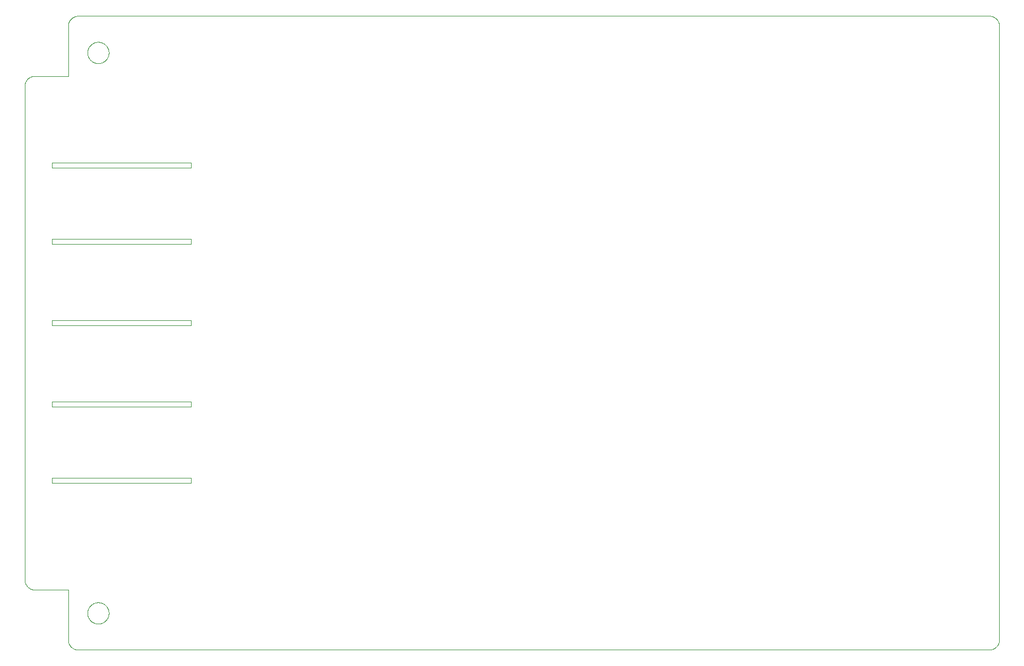
<source format=gko>
G75*
%MOIN*%
%OFA0B0*%
%FSLAX25Y25*%
%IPPOS*%
%LPD*%
%AMOC8*
5,1,8,0,0,1.08239X$1,22.5*
%
%ADD10C,0.00394*%
%ADD11C,0.00000*%
D10*
X0120278Y0071925D02*
X0120278Y0101453D01*
X0100593Y0101453D01*
X0100593Y0101452D02*
X0100441Y0101454D01*
X0100289Y0101460D01*
X0100137Y0101470D01*
X0099986Y0101483D01*
X0099835Y0101501D01*
X0099684Y0101522D01*
X0099534Y0101548D01*
X0099385Y0101577D01*
X0099236Y0101610D01*
X0099089Y0101647D01*
X0098942Y0101687D01*
X0098797Y0101732D01*
X0098653Y0101780D01*
X0098510Y0101832D01*
X0098368Y0101887D01*
X0098228Y0101946D01*
X0098089Y0102009D01*
X0097952Y0102075D01*
X0097817Y0102145D01*
X0097684Y0102218D01*
X0097553Y0102295D01*
X0097423Y0102375D01*
X0097296Y0102458D01*
X0097171Y0102544D01*
X0097048Y0102634D01*
X0096928Y0102727D01*
X0096810Y0102823D01*
X0096694Y0102922D01*
X0096581Y0103024D01*
X0096471Y0103128D01*
X0096363Y0103236D01*
X0096259Y0103346D01*
X0096157Y0103459D01*
X0096058Y0103575D01*
X0095962Y0103693D01*
X0095869Y0103813D01*
X0095779Y0103936D01*
X0095693Y0104061D01*
X0095610Y0104188D01*
X0095530Y0104318D01*
X0095453Y0104449D01*
X0095380Y0104582D01*
X0095310Y0104717D01*
X0095244Y0104854D01*
X0095181Y0104993D01*
X0095122Y0105133D01*
X0095067Y0105275D01*
X0095015Y0105418D01*
X0094967Y0105562D01*
X0094922Y0105707D01*
X0094882Y0105854D01*
X0094845Y0106001D01*
X0094812Y0106150D01*
X0094783Y0106299D01*
X0094757Y0106449D01*
X0094736Y0106600D01*
X0094718Y0106751D01*
X0094705Y0106902D01*
X0094695Y0107054D01*
X0094689Y0107206D01*
X0094687Y0107358D01*
X0094688Y0107358D02*
X0094688Y0398697D01*
X0094687Y0398697D02*
X0094689Y0398849D01*
X0094695Y0399001D01*
X0094705Y0399153D01*
X0094718Y0399304D01*
X0094736Y0399455D01*
X0094757Y0399606D01*
X0094783Y0399756D01*
X0094812Y0399905D01*
X0094845Y0400054D01*
X0094882Y0400201D01*
X0094922Y0400348D01*
X0094967Y0400493D01*
X0095015Y0400637D01*
X0095067Y0400780D01*
X0095122Y0400922D01*
X0095181Y0401062D01*
X0095244Y0401201D01*
X0095310Y0401338D01*
X0095380Y0401473D01*
X0095453Y0401606D01*
X0095530Y0401737D01*
X0095610Y0401867D01*
X0095693Y0401994D01*
X0095779Y0402119D01*
X0095869Y0402242D01*
X0095962Y0402362D01*
X0096058Y0402480D01*
X0096157Y0402596D01*
X0096259Y0402709D01*
X0096363Y0402819D01*
X0096471Y0402927D01*
X0096581Y0403031D01*
X0096694Y0403133D01*
X0096810Y0403232D01*
X0096928Y0403328D01*
X0097048Y0403421D01*
X0097171Y0403511D01*
X0097296Y0403597D01*
X0097423Y0403680D01*
X0097553Y0403760D01*
X0097684Y0403837D01*
X0097817Y0403910D01*
X0097952Y0403980D01*
X0098089Y0404046D01*
X0098228Y0404109D01*
X0098368Y0404168D01*
X0098510Y0404223D01*
X0098653Y0404275D01*
X0098797Y0404323D01*
X0098942Y0404368D01*
X0099089Y0404408D01*
X0099236Y0404445D01*
X0099385Y0404478D01*
X0099534Y0404507D01*
X0099684Y0404533D01*
X0099835Y0404554D01*
X0099986Y0404572D01*
X0100137Y0404585D01*
X0100289Y0404595D01*
X0100441Y0404601D01*
X0100593Y0404603D01*
X0100593Y0404602D02*
X0120278Y0404602D01*
X0120278Y0434130D01*
X0120280Y0434282D01*
X0120286Y0434434D01*
X0120296Y0434586D01*
X0120309Y0434737D01*
X0120327Y0434888D01*
X0120348Y0435039D01*
X0120374Y0435189D01*
X0120403Y0435338D01*
X0120436Y0435487D01*
X0120473Y0435634D01*
X0120513Y0435781D01*
X0120558Y0435926D01*
X0120606Y0436070D01*
X0120658Y0436213D01*
X0120713Y0436355D01*
X0120772Y0436495D01*
X0120835Y0436634D01*
X0120901Y0436771D01*
X0120971Y0436906D01*
X0121044Y0437039D01*
X0121121Y0437170D01*
X0121201Y0437300D01*
X0121284Y0437427D01*
X0121370Y0437552D01*
X0121460Y0437675D01*
X0121553Y0437795D01*
X0121649Y0437913D01*
X0121748Y0438029D01*
X0121850Y0438142D01*
X0121954Y0438252D01*
X0122062Y0438360D01*
X0122172Y0438464D01*
X0122285Y0438566D01*
X0122401Y0438665D01*
X0122519Y0438761D01*
X0122639Y0438854D01*
X0122762Y0438944D01*
X0122887Y0439030D01*
X0123014Y0439113D01*
X0123144Y0439193D01*
X0123275Y0439270D01*
X0123408Y0439343D01*
X0123543Y0439413D01*
X0123680Y0439479D01*
X0123819Y0439542D01*
X0123959Y0439601D01*
X0124101Y0439656D01*
X0124244Y0439708D01*
X0124388Y0439756D01*
X0124533Y0439801D01*
X0124680Y0439841D01*
X0124827Y0439878D01*
X0124976Y0439911D01*
X0125125Y0439940D01*
X0125275Y0439966D01*
X0125426Y0439987D01*
X0125577Y0440005D01*
X0125728Y0440018D01*
X0125880Y0440028D01*
X0126032Y0440034D01*
X0126184Y0440036D01*
X0126184Y0440035D02*
X0663585Y0440035D01*
X0663585Y0440036D02*
X0663737Y0440034D01*
X0663889Y0440028D01*
X0664041Y0440018D01*
X0664192Y0440005D01*
X0664343Y0439987D01*
X0664494Y0439966D01*
X0664644Y0439940D01*
X0664793Y0439911D01*
X0664942Y0439878D01*
X0665089Y0439841D01*
X0665236Y0439801D01*
X0665381Y0439756D01*
X0665525Y0439708D01*
X0665668Y0439656D01*
X0665810Y0439601D01*
X0665950Y0439542D01*
X0666089Y0439479D01*
X0666226Y0439413D01*
X0666361Y0439343D01*
X0666494Y0439270D01*
X0666625Y0439193D01*
X0666755Y0439113D01*
X0666882Y0439030D01*
X0667007Y0438944D01*
X0667130Y0438854D01*
X0667250Y0438761D01*
X0667368Y0438665D01*
X0667484Y0438566D01*
X0667597Y0438464D01*
X0667707Y0438360D01*
X0667815Y0438252D01*
X0667919Y0438142D01*
X0668021Y0438029D01*
X0668120Y0437913D01*
X0668216Y0437795D01*
X0668309Y0437675D01*
X0668399Y0437552D01*
X0668485Y0437427D01*
X0668568Y0437300D01*
X0668648Y0437170D01*
X0668725Y0437039D01*
X0668798Y0436906D01*
X0668868Y0436771D01*
X0668934Y0436634D01*
X0668997Y0436495D01*
X0669056Y0436355D01*
X0669111Y0436213D01*
X0669163Y0436070D01*
X0669211Y0435926D01*
X0669256Y0435781D01*
X0669296Y0435634D01*
X0669333Y0435487D01*
X0669366Y0435338D01*
X0669395Y0435189D01*
X0669421Y0435039D01*
X0669442Y0434888D01*
X0669460Y0434737D01*
X0669473Y0434586D01*
X0669483Y0434434D01*
X0669489Y0434282D01*
X0669491Y0434130D01*
X0669491Y0071925D01*
X0669489Y0071773D01*
X0669483Y0071621D01*
X0669473Y0071469D01*
X0669460Y0071318D01*
X0669442Y0071167D01*
X0669421Y0071016D01*
X0669395Y0070866D01*
X0669366Y0070717D01*
X0669333Y0070568D01*
X0669296Y0070421D01*
X0669256Y0070274D01*
X0669211Y0070129D01*
X0669163Y0069985D01*
X0669111Y0069842D01*
X0669056Y0069700D01*
X0668997Y0069560D01*
X0668934Y0069421D01*
X0668868Y0069284D01*
X0668798Y0069149D01*
X0668725Y0069016D01*
X0668648Y0068885D01*
X0668568Y0068755D01*
X0668485Y0068628D01*
X0668399Y0068503D01*
X0668309Y0068380D01*
X0668216Y0068260D01*
X0668120Y0068142D01*
X0668021Y0068026D01*
X0667919Y0067913D01*
X0667815Y0067803D01*
X0667707Y0067695D01*
X0667597Y0067591D01*
X0667484Y0067489D01*
X0667368Y0067390D01*
X0667250Y0067294D01*
X0667130Y0067201D01*
X0667007Y0067111D01*
X0666882Y0067025D01*
X0666755Y0066942D01*
X0666625Y0066862D01*
X0666494Y0066785D01*
X0666361Y0066712D01*
X0666226Y0066642D01*
X0666089Y0066576D01*
X0665950Y0066513D01*
X0665810Y0066454D01*
X0665668Y0066399D01*
X0665525Y0066347D01*
X0665381Y0066299D01*
X0665236Y0066254D01*
X0665089Y0066214D01*
X0664942Y0066177D01*
X0664793Y0066144D01*
X0664644Y0066115D01*
X0664494Y0066089D01*
X0664343Y0066068D01*
X0664192Y0066050D01*
X0664041Y0066037D01*
X0663889Y0066027D01*
X0663737Y0066021D01*
X0663585Y0066019D01*
X0663585Y0066020D02*
X0126184Y0066020D01*
X0126184Y0066019D02*
X0126032Y0066021D01*
X0125880Y0066027D01*
X0125728Y0066037D01*
X0125577Y0066050D01*
X0125426Y0066068D01*
X0125275Y0066089D01*
X0125125Y0066115D01*
X0124976Y0066144D01*
X0124827Y0066177D01*
X0124680Y0066214D01*
X0124533Y0066254D01*
X0124388Y0066299D01*
X0124244Y0066347D01*
X0124101Y0066399D01*
X0123959Y0066454D01*
X0123819Y0066513D01*
X0123680Y0066576D01*
X0123543Y0066642D01*
X0123408Y0066712D01*
X0123275Y0066785D01*
X0123144Y0066862D01*
X0123014Y0066942D01*
X0122887Y0067025D01*
X0122762Y0067111D01*
X0122639Y0067201D01*
X0122519Y0067294D01*
X0122401Y0067390D01*
X0122285Y0067489D01*
X0122172Y0067591D01*
X0122062Y0067695D01*
X0121954Y0067803D01*
X0121850Y0067913D01*
X0121748Y0068026D01*
X0121649Y0068142D01*
X0121553Y0068260D01*
X0121460Y0068380D01*
X0121370Y0068503D01*
X0121284Y0068628D01*
X0121201Y0068755D01*
X0121121Y0068885D01*
X0121044Y0069016D01*
X0120971Y0069149D01*
X0120901Y0069284D01*
X0120835Y0069421D01*
X0120772Y0069560D01*
X0120713Y0069700D01*
X0120658Y0069842D01*
X0120606Y0069985D01*
X0120558Y0070129D01*
X0120513Y0070274D01*
X0120473Y0070421D01*
X0120436Y0070568D01*
X0120403Y0070717D01*
X0120374Y0070866D01*
X0120348Y0071016D01*
X0120327Y0071167D01*
X0120309Y0071318D01*
X0120296Y0071469D01*
X0120286Y0071621D01*
X0120280Y0071773D01*
X0120278Y0071925D01*
X0110688Y0164520D02*
X0110688Y0167520D01*
X0192688Y0167520D01*
X0192688Y0164520D01*
X0110688Y0164520D01*
X0110688Y0209520D02*
X0110688Y0212520D01*
X0192688Y0212520D01*
X0192688Y0209520D01*
X0110688Y0209520D01*
X0110688Y0257520D02*
X0110688Y0260520D01*
X0192688Y0260520D01*
X0192688Y0257520D01*
X0110688Y0257520D01*
X0110688Y0305520D02*
X0110688Y0308520D01*
X0192688Y0308520D01*
X0192688Y0305520D01*
X0110688Y0305520D01*
X0110688Y0350520D02*
X0110688Y0353520D01*
X0192688Y0353520D01*
X0192688Y0350520D01*
X0110688Y0350520D01*
D11*
X0131696Y0418382D02*
X0131698Y0418540D01*
X0131704Y0418698D01*
X0131714Y0418856D01*
X0131728Y0419014D01*
X0131746Y0419171D01*
X0131767Y0419328D01*
X0131793Y0419484D01*
X0131823Y0419640D01*
X0131856Y0419795D01*
X0131894Y0419948D01*
X0131935Y0420101D01*
X0131980Y0420253D01*
X0132029Y0420404D01*
X0132082Y0420553D01*
X0132138Y0420701D01*
X0132198Y0420847D01*
X0132262Y0420992D01*
X0132330Y0421135D01*
X0132401Y0421277D01*
X0132475Y0421417D01*
X0132553Y0421554D01*
X0132635Y0421690D01*
X0132719Y0421824D01*
X0132808Y0421955D01*
X0132899Y0422084D01*
X0132994Y0422211D01*
X0133091Y0422336D01*
X0133192Y0422458D01*
X0133296Y0422577D01*
X0133403Y0422694D01*
X0133513Y0422808D01*
X0133626Y0422919D01*
X0133741Y0423028D01*
X0133859Y0423133D01*
X0133980Y0423235D01*
X0134103Y0423335D01*
X0134229Y0423431D01*
X0134357Y0423524D01*
X0134487Y0423614D01*
X0134620Y0423700D01*
X0134755Y0423784D01*
X0134891Y0423863D01*
X0135030Y0423940D01*
X0135171Y0424012D01*
X0135313Y0424082D01*
X0135457Y0424147D01*
X0135603Y0424209D01*
X0135750Y0424267D01*
X0135899Y0424322D01*
X0136049Y0424373D01*
X0136200Y0424420D01*
X0136352Y0424463D01*
X0136505Y0424502D01*
X0136660Y0424538D01*
X0136815Y0424569D01*
X0136971Y0424597D01*
X0137127Y0424621D01*
X0137284Y0424641D01*
X0137442Y0424657D01*
X0137599Y0424669D01*
X0137758Y0424677D01*
X0137916Y0424681D01*
X0138074Y0424681D01*
X0138232Y0424677D01*
X0138391Y0424669D01*
X0138548Y0424657D01*
X0138706Y0424641D01*
X0138863Y0424621D01*
X0139019Y0424597D01*
X0139175Y0424569D01*
X0139330Y0424538D01*
X0139485Y0424502D01*
X0139638Y0424463D01*
X0139790Y0424420D01*
X0139941Y0424373D01*
X0140091Y0424322D01*
X0140240Y0424267D01*
X0140387Y0424209D01*
X0140533Y0424147D01*
X0140677Y0424082D01*
X0140819Y0424012D01*
X0140960Y0423940D01*
X0141099Y0423863D01*
X0141235Y0423784D01*
X0141370Y0423700D01*
X0141503Y0423614D01*
X0141633Y0423524D01*
X0141761Y0423431D01*
X0141887Y0423335D01*
X0142010Y0423235D01*
X0142131Y0423133D01*
X0142249Y0423028D01*
X0142364Y0422919D01*
X0142477Y0422808D01*
X0142587Y0422694D01*
X0142694Y0422577D01*
X0142798Y0422458D01*
X0142899Y0422336D01*
X0142996Y0422211D01*
X0143091Y0422084D01*
X0143182Y0421955D01*
X0143271Y0421824D01*
X0143355Y0421690D01*
X0143437Y0421554D01*
X0143515Y0421417D01*
X0143589Y0421277D01*
X0143660Y0421135D01*
X0143728Y0420992D01*
X0143792Y0420847D01*
X0143852Y0420701D01*
X0143908Y0420553D01*
X0143961Y0420404D01*
X0144010Y0420253D01*
X0144055Y0420101D01*
X0144096Y0419948D01*
X0144134Y0419795D01*
X0144167Y0419640D01*
X0144197Y0419484D01*
X0144223Y0419328D01*
X0144244Y0419171D01*
X0144262Y0419014D01*
X0144276Y0418856D01*
X0144286Y0418698D01*
X0144292Y0418540D01*
X0144294Y0418382D01*
X0144292Y0418224D01*
X0144286Y0418066D01*
X0144276Y0417908D01*
X0144262Y0417750D01*
X0144244Y0417593D01*
X0144223Y0417436D01*
X0144197Y0417280D01*
X0144167Y0417124D01*
X0144134Y0416969D01*
X0144096Y0416816D01*
X0144055Y0416663D01*
X0144010Y0416511D01*
X0143961Y0416360D01*
X0143908Y0416211D01*
X0143852Y0416063D01*
X0143792Y0415917D01*
X0143728Y0415772D01*
X0143660Y0415629D01*
X0143589Y0415487D01*
X0143515Y0415347D01*
X0143437Y0415210D01*
X0143355Y0415074D01*
X0143271Y0414940D01*
X0143182Y0414809D01*
X0143091Y0414680D01*
X0142996Y0414553D01*
X0142899Y0414428D01*
X0142798Y0414306D01*
X0142694Y0414187D01*
X0142587Y0414070D01*
X0142477Y0413956D01*
X0142364Y0413845D01*
X0142249Y0413736D01*
X0142131Y0413631D01*
X0142010Y0413529D01*
X0141887Y0413429D01*
X0141761Y0413333D01*
X0141633Y0413240D01*
X0141503Y0413150D01*
X0141370Y0413064D01*
X0141235Y0412980D01*
X0141099Y0412901D01*
X0140960Y0412824D01*
X0140819Y0412752D01*
X0140677Y0412682D01*
X0140533Y0412617D01*
X0140387Y0412555D01*
X0140240Y0412497D01*
X0140091Y0412442D01*
X0139941Y0412391D01*
X0139790Y0412344D01*
X0139638Y0412301D01*
X0139485Y0412262D01*
X0139330Y0412226D01*
X0139175Y0412195D01*
X0139019Y0412167D01*
X0138863Y0412143D01*
X0138706Y0412123D01*
X0138548Y0412107D01*
X0138391Y0412095D01*
X0138232Y0412087D01*
X0138074Y0412083D01*
X0137916Y0412083D01*
X0137758Y0412087D01*
X0137599Y0412095D01*
X0137442Y0412107D01*
X0137284Y0412123D01*
X0137127Y0412143D01*
X0136971Y0412167D01*
X0136815Y0412195D01*
X0136660Y0412226D01*
X0136505Y0412262D01*
X0136352Y0412301D01*
X0136200Y0412344D01*
X0136049Y0412391D01*
X0135899Y0412442D01*
X0135750Y0412497D01*
X0135603Y0412555D01*
X0135457Y0412617D01*
X0135313Y0412682D01*
X0135171Y0412752D01*
X0135030Y0412824D01*
X0134891Y0412901D01*
X0134755Y0412980D01*
X0134620Y0413064D01*
X0134487Y0413150D01*
X0134357Y0413240D01*
X0134229Y0413333D01*
X0134103Y0413429D01*
X0133980Y0413529D01*
X0133859Y0413631D01*
X0133741Y0413736D01*
X0133626Y0413845D01*
X0133513Y0413956D01*
X0133403Y0414070D01*
X0133296Y0414187D01*
X0133192Y0414306D01*
X0133091Y0414428D01*
X0132994Y0414553D01*
X0132899Y0414680D01*
X0132808Y0414809D01*
X0132719Y0414940D01*
X0132635Y0415074D01*
X0132553Y0415210D01*
X0132475Y0415347D01*
X0132401Y0415487D01*
X0132330Y0415629D01*
X0132262Y0415772D01*
X0132198Y0415917D01*
X0132138Y0416063D01*
X0132082Y0416211D01*
X0132029Y0416360D01*
X0131980Y0416511D01*
X0131935Y0416663D01*
X0131894Y0416816D01*
X0131856Y0416969D01*
X0131823Y0417124D01*
X0131793Y0417280D01*
X0131767Y0417436D01*
X0131746Y0417593D01*
X0131728Y0417750D01*
X0131714Y0417908D01*
X0131704Y0418066D01*
X0131698Y0418224D01*
X0131696Y0418382D01*
X0131696Y0087673D02*
X0131698Y0087831D01*
X0131704Y0087989D01*
X0131714Y0088147D01*
X0131728Y0088305D01*
X0131746Y0088462D01*
X0131767Y0088619D01*
X0131793Y0088775D01*
X0131823Y0088931D01*
X0131856Y0089086D01*
X0131894Y0089239D01*
X0131935Y0089392D01*
X0131980Y0089544D01*
X0132029Y0089695D01*
X0132082Y0089844D01*
X0132138Y0089992D01*
X0132198Y0090138D01*
X0132262Y0090283D01*
X0132330Y0090426D01*
X0132401Y0090568D01*
X0132475Y0090708D01*
X0132553Y0090845D01*
X0132635Y0090981D01*
X0132719Y0091115D01*
X0132808Y0091246D01*
X0132899Y0091375D01*
X0132994Y0091502D01*
X0133091Y0091627D01*
X0133192Y0091749D01*
X0133296Y0091868D01*
X0133403Y0091985D01*
X0133513Y0092099D01*
X0133626Y0092210D01*
X0133741Y0092319D01*
X0133859Y0092424D01*
X0133980Y0092526D01*
X0134103Y0092626D01*
X0134229Y0092722D01*
X0134357Y0092815D01*
X0134487Y0092905D01*
X0134620Y0092991D01*
X0134755Y0093075D01*
X0134891Y0093154D01*
X0135030Y0093231D01*
X0135171Y0093303D01*
X0135313Y0093373D01*
X0135457Y0093438D01*
X0135603Y0093500D01*
X0135750Y0093558D01*
X0135899Y0093613D01*
X0136049Y0093664D01*
X0136200Y0093711D01*
X0136352Y0093754D01*
X0136505Y0093793D01*
X0136660Y0093829D01*
X0136815Y0093860D01*
X0136971Y0093888D01*
X0137127Y0093912D01*
X0137284Y0093932D01*
X0137442Y0093948D01*
X0137599Y0093960D01*
X0137758Y0093968D01*
X0137916Y0093972D01*
X0138074Y0093972D01*
X0138232Y0093968D01*
X0138391Y0093960D01*
X0138548Y0093948D01*
X0138706Y0093932D01*
X0138863Y0093912D01*
X0139019Y0093888D01*
X0139175Y0093860D01*
X0139330Y0093829D01*
X0139485Y0093793D01*
X0139638Y0093754D01*
X0139790Y0093711D01*
X0139941Y0093664D01*
X0140091Y0093613D01*
X0140240Y0093558D01*
X0140387Y0093500D01*
X0140533Y0093438D01*
X0140677Y0093373D01*
X0140819Y0093303D01*
X0140960Y0093231D01*
X0141099Y0093154D01*
X0141235Y0093075D01*
X0141370Y0092991D01*
X0141503Y0092905D01*
X0141633Y0092815D01*
X0141761Y0092722D01*
X0141887Y0092626D01*
X0142010Y0092526D01*
X0142131Y0092424D01*
X0142249Y0092319D01*
X0142364Y0092210D01*
X0142477Y0092099D01*
X0142587Y0091985D01*
X0142694Y0091868D01*
X0142798Y0091749D01*
X0142899Y0091627D01*
X0142996Y0091502D01*
X0143091Y0091375D01*
X0143182Y0091246D01*
X0143271Y0091115D01*
X0143355Y0090981D01*
X0143437Y0090845D01*
X0143515Y0090708D01*
X0143589Y0090568D01*
X0143660Y0090426D01*
X0143728Y0090283D01*
X0143792Y0090138D01*
X0143852Y0089992D01*
X0143908Y0089844D01*
X0143961Y0089695D01*
X0144010Y0089544D01*
X0144055Y0089392D01*
X0144096Y0089239D01*
X0144134Y0089086D01*
X0144167Y0088931D01*
X0144197Y0088775D01*
X0144223Y0088619D01*
X0144244Y0088462D01*
X0144262Y0088305D01*
X0144276Y0088147D01*
X0144286Y0087989D01*
X0144292Y0087831D01*
X0144294Y0087673D01*
X0144292Y0087515D01*
X0144286Y0087357D01*
X0144276Y0087199D01*
X0144262Y0087041D01*
X0144244Y0086884D01*
X0144223Y0086727D01*
X0144197Y0086571D01*
X0144167Y0086415D01*
X0144134Y0086260D01*
X0144096Y0086107D01*
X0144055Y0085954D01*
X0144010Y0085802D01*
X0143961Y0085651D01*
X0143908Y0085502D01*
X0143852Y0085354D01*
X0143792Y0085208D01*
X0143728Y0085063D01*
X0143660Y0084920D01*
X0143589Y0084778D01*
X0143515Y0084638D01*
X0143437Y0084501D01*
X0143355Y0084365D01*
X0143271Y0084231D01*
X0143182Y0084100D01*
X0143091Y0083971D01*
X0142996Y0083844D01*
X0142899Y0083719D01*
X0142798Y0083597D01*
X0142694Y0083478D01*
X0142587Y0083361D01*
X0142477Y0083247D01*
X0142364Y0083136D01*
X0142249Y0083027D01*
X0142131Y0082922D01*
X0142010Y0082820D01*
X0141887Y0082720D01*
X0141761Y0082624D01*
X0141633Y0082531D01*
X0141503Y0082441D01*
X0141370Y0082355D01*
X0141235Y0082271D01*
X0141099Y0082192D01*
X0140960Y0082115D01*
X0140819Y0082043D01*
X0140677Y0081973D01*
X0140533Y0081908D01*
X0140387Y0081846D01*
X0140240Y0081788D01*
X0140091Y0081733D01*
X0139941Y0081682D01*
X0139790Y0081635D01*
X0139638Y0081592D01*
X0139485Y0081553D01*
X0139330Y0081517D01*
X0139175Y0081486D01*
X0139019Y0081458D01*
X0138863Y0081434D01*
X0138706Y0081414D01*
X0138548Y0081398D01*
X0138391Y0081386D01*
X0138232Y0081378D01*
X0138074Y0081374D01*
X0137916Y0081374D01*
X0137758Y0081378D01*
X0137599Y0081386D01*
X0137442Y0081398D01*
X0137284Y0081414D01*
X0137127Y0081434D01*
X0136971Y0081458D01*
X0136815Y0081486D01*
X0136660Y0081517D01*
X0136505Y0081553D01*
X0136352Y0081592D01*
X0136200Y0081635D01*
X0136049Y0081682D01*
X0135899Y0081733D01*
X0135750Y0081788D01*
X0135603Y0081846D01*
X0135457Y0081908D01*
X0135313Y0081973D01*
X0135171Y0082043D01*
X0135030Y0082115D01*
X0134891Y0082192D01*
X0134755Y0082271D01*
X0134620Y0082355D01*
X0134487Y0082441D01*
X0134357Y0082531D01*
X0134229Y0082624D01*
X0134103Y0082720D01*
X0133980Y0082820D01*
X0133859Y0082922D01*
X0133741Y0083027D01*
X0133626Y0083136D01*
X0133513Y0083247D01*
X0133403Y0083361D01*
X0133296Y0083478D01*
X0133192Y0083597D01*
X0133091Y0083719D01*
X0132994Y0083844D01*
X0132899Y0083971D01*
X0132808Y0084100D01*
X0132719Y0084231D01*
X0132635Y0084365D01*
X0132553Y0084501D01*
X0132475Y0084638D01*
X0132401Y0084778D01*
X0132330Y0084920D01*
X0132262Y0085063D01*
X0132198Y0085208D01*
X0132138Y0085354D01*
X0132082Y0085502D01*
X0132029Y0085651D01*
X0131980Y0085802D01*
X0131935Y0085954D01*
X0131894Y0086107D01*
X0131856Y0086260D01*
X0131823Y0086415D01*
X0131793Y0086571D01*
X0131767Y0086727D01*
X0131746Y0086884D01*
X0131728Y0087041D01*
X0131714Y0087199D01*
X0131704Y0087357D01*
X0131698Y0087515D01*
X0131696Y0087673D01*
M02*

</source>
